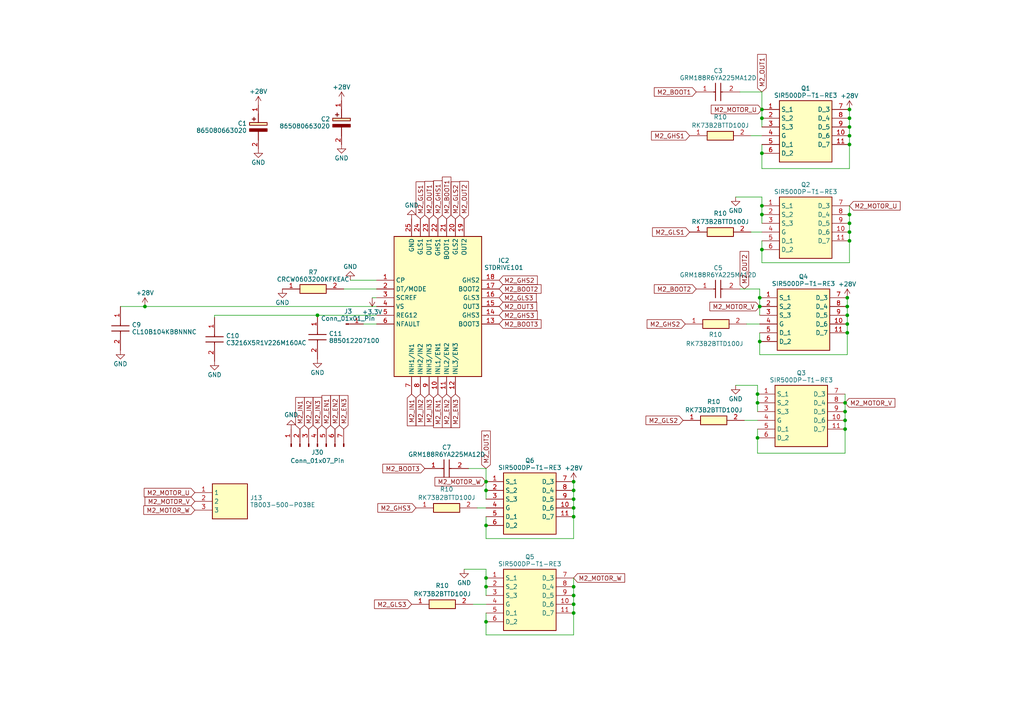
<source format=kicad_sch>
(kicad_sch (version 20230121) (generator eeschema)
  (paper "A4")
  (lib_symbols
    (symbol "865080663020:865080663020" (pin_names hide)
      (property "Reference" "C" (at 8.89 6.35 0))
      (property "Value" "865080663020" (at 8.89 3.81 0))
      (symbol "865080663020_1_1"
        (polyline (pts (xy 2.54 0) (xy 5.08 0)) (stroke (width 0.254)))
        (polyline (pts (xy 4.064 1.778) (xy 4.064 0.762)) (stroke (width 0.254)))
        (polyline (pts (xy 4.572 1.27) (xy 3.556 1.27)) (stroke (width 0.254)))
        (polyline (pts (xy 7.62 0) (xy 10.16 0)) (stroke (width 0.254)))
        (polyline (pts (xy 7.62 2.54) (xy 7.62 -2.54) (xy 6.858 -2.54) (xy 6.858 2.54) (xy 7.62 2.54)) (stroke (width 0.254)) (fill (type outline)))
        (rectangle (start 5.08 2.54) (end 5.842 -2.54) (stroke (width 0.254)) (fill (type background)))
        (pin passive line (at 0 0 0) (length 2.54) (name "+") (number "1"))
        (pin passive line (at 12.7 0 180) (length 2.54) (name "-") (number "2"))
      )
    )
    (symbol "885012207100:885012207100" (pin_names hide)
      (property "Reference" "C" (at 8.89 6.35 0))
      (property "Value" "885012207100" (at 8.89 3.81 0))
      (symbol "885012207100_1_1"
        (polyline (pts (xy 5.08 0) (xy 5.588 0)) (stroke (width 0.254)))
        (polyline (pts (xy 5.588 2.54) (xy 5.588 -2.54)) (stroke (width 0.254)))
        (polyline (pts (xy 7.112 0) (xy 7.62 0)) (stroke (width 0.254)))
        (polyline (pts (xy 7.112 2.54) (xy 7.112 -2.54)) (stroke (width 0.254)))
        (pin passive line (at 0 0 0) (length 5.08) (name "1") (number "1"))
        (pin passive line (at 12.7 0 180) (length 5.08) (name "2") (number "2"))
      )
    )
    (symbol "C3216X5R1V226M160AC:C3216X5R1V226M160AC" (pin_names hide)
      (property "Reference" "C" (at 8.89 6.35 0))
      (property "Value" "C3216X5R1V226M160AC" (at 8.89 3.81 0))
      (symbol "C3216X5R1V226M160AC_1_1"
        (polyline (pts (xy 5.08 0) (xy 5.588 0)) (stroke (width 0.254)))
        (polyline (pts (xy 5.588 2.54) (xy 5.588 -2.54)) (stroke (width 0.254)))
        (polyline (pts (xy 7.112 0) (xy 7.62 0)) (stroke (width 0.254)))
        (polyline (pts (xy 7.112 2.54) (xy 7.112 -2.54)) (stroke (width 0.254)))
        (pin passive line (at 0 0 0) (length 5.08) (name "1") (number "1"))
        (pin passive line (at 12.7 0 180) (length 5.08) (name "2") (number "2"))
      )
    )
    (symbol "CL10B104KB8NNNC:CL10B104KB8NNNC" (pin_names hide)
      (property "Reference" "C" (at 8.89 6.35 0))
      (property "Value" "CL10B104KB8NNNC" (at 8.89 3.81 0))
      (symbol "CL10B104KB8NNNC_1_1"
        (polyline (pts (xy 5.08 0) (xy 5.588 0)) (stroke (width 0.254)))
        (polyline (pts (xy 5.588 2.54) (xy 5.588 -2.54)) (stroke (width 0.254)))
        (polyline (pts (xy 7.112 0) (xy 7.62 0)) (stroke (width 0.254)))
        (polyline (pts (xy 7.112 2.54) (xy 7.112 -2.54)) (stroke (width 0.254)))
        (pin passive line (at 0 0 0) (length 5.08) (name "1") (number "1"))
        (pin passive line (at 12.7 0 180) (length 5.08) (name "2") (number "2"))
      )
    )
    (symbol "CRCW0603200KFKEAC:CRCW0603200KFKEAC" (pin_names hide)
      (property "Reference" "R" (at 13.97 6.35 0))
      (property "Value" "CRCW0603200KFKEAC" (at 13.97 3.81 0))
      (symbol "CRCW0603200KFKEAC_1_1"
        (rectangle (start 5.08 1.27) (end 12.7 -1.27) (stroke (width 0.254)) (fill (type background)))
        (pin passive line (at 0 0 0) (length 5.08) (name "1") (number "1"))
        (pin passive line (at 17.78 0 180) (length 5.08) (name "2") (number "2"))
      )
    )
    (symbol "Connector:Conn_01x01_Pin" (pin_names (offset 1.016) hide)
      (property "Reference" "J" (at 0 2.54 0))
      (property "Value" "Conn_01x01_Pin" (at 0 -2.54 0))
      (symbol "Conn_01x01_Pin_1_1"
        (polyline (pts (xy 1.27 0) (xy 0.8636 0)) (stroke (width 0.1524)))
        (rectangle (start 0.8636 0.127) (end 0 -0.127) (stroke (width 0.1524)) (fill (type outline)))
        (pin passive line (at 5.08 0 180) (length 3.81) (name "Pin_1") (number "1"))
      )
    )
    (symbol "Connector:Conn_01x07_Pin" (pin_names (offset 1.016) hide)
      (property "Reference" "J" (at 0 10.16 0))
      (property "Value" "Conn_01x07_Pin" (at 0 -10.16 0))
      (symbol "Conn_01x07_Pin_1_1"
        (polyline (pts (xy 1.27 -7.62) (xy 0.8636 -7.62)) (stroke (width 0.1524)))
        (polyline (pts (xy 1.27 -5.08) (xy 0.8636 -5.08)) (stroke (width 0.1524)))
        (polyline (pts (xy 1.27 -2.54) (xy 0.8636 -2.54)) (stroke (width 0.1524)))
        (polyline (pts (xy 1.27 0) (xy 0.8636 0)) (stroke (width 0.1524)))
        (polyline (pts (xy 1.27 2.54) (xy 0.8636 2.54)) (stroke (width 0.1524)))
        (polyline (pts (xy 1.27 5.08) (xy 0.8636 5.08)) (stroke (width 0.1524)))
        (polyline (pts (xy 1.27 7.62) (xy 0.8636 7.62)) (stroke (width 0.1524)))
        (rectangle (start 0.8636 -7.493) (end 0 -7.747) (stroke (width 0.1524)) (fill (type outline)))
        (rectangle (start 0.8636 -4.953) (end 0 -5.207) (stroke (width 0.1524)) (fill (type outline)))
        (rectangle (start 0.8636 -2.413) (end 0 -2.667) (stroke (width 0.1524)) (fill (type outline)))
        (rectangle (start 0.8636 0.127) (end 0 -0.127) (stroke (width 0.1524)) (fill (type outline)))
        (rectangle (start 0.8636 2.667) (end 0 2.413) (stroke (width 0.1524)) (fill (type outline)))
        (rectangle (start 0.8636 5.207) (end 0 4.953) (stroke (width 0.1524)) (fill (type outline)))
        (rectangle (start 0.8636 7.747) (end 0 7.493) (stroke (width 0.1524)) (fill (type outline)))
        (pin passive line (at 5.08 7.62 180) (length 3.81) (name "Pin_1") (number "1"))
        (pin passive line (at 5.08 5.08 180) (length 3.81) (name "Pin_2") (number "2"))
        (pin passive line (at 5.08 2.54 180) (length 3.81) (name "Pin_3") (number "3"))
        (pin passive line (at 5.08 0 180) (length 3.81) (name "Pin_4") (number "4"))
        (pin passive line (at 5.08 -2.54 180) (length 3.81) (name "Pin_5") (number "5"))
        (pin passive line (at 5.08 -5.08 180) (length 3.81) (name "Pin_6") (number "6"))
        (pin passive line (at 5.08 -7.62 180) (length 3.81) (name "Pin_7") (number "7"))
      )
    )
    (symbol "GRM188R6YA225MA12D:GRM188R6YA225MA12D" (pin_names hide)
      (property "Reference" "C" (at 8.89 6.35 0))
      (property "Value" "GRM188R6YA225MA12D" (at 8.89 3.81 0))
      (symbol "GRM188R6YA225MA12D_1_1"
        (polyline (pts (xy 5.08 0) (xy 5.588 0)) (stroke (width 0.254)))
        (polyline (pts (xy 5.588 2.54) (xy 5.588 -2.54)) (stroke (width 0.254)))
        (polyline (pts (xy 7.112 0) (xy 7.62 0)) (stroke (width 0.254)))
        (polyline (pts (xy 7.112 2.54) (xy 7.112 -2.54)) (stroke (width 0.254)))
        (pin passive line (at 0 0 0) (length 5.08) (name "1") (number "1"))
        (pin passive line (at 12.7 0 180) (length 5.08) (name "2") (number "2"))
      )
    )
    (symbol "RK73B2BTTD100J:RK73B2BTTD100J" (pin_names hide)
      (property "Reference" "R" (at 13.97 6.35 0))
      (property "Value" "RK73B2BTTD100J" (at 13.97 3.81 0))
      (symbol "RK73B2BTTD100J_1_1"
        (rectangle (start 5.08 1.27) (end 12.7 -1.27) (stroke (width 0.254)) (fill (type background)))
        (pin passive line (at 0 0 0) (length 5.08) (name "1") (number "1"))
        (pin passive line (at 17.78 0 180) (length 5.08) (name "2") (number "2"))
      )
    )
    (symbol "SIR500DP-T1-RE3:SIR500DP-T1-RE3"
      (property "Reference" "Q" (at 21.59 7.62 0))
      (property "Value" "SIR500DP-T1-RE3" (at 21.59 5.08 0))
      (symbol "SIR500DP-T1-RE3_1_1"
        (rectangle (start 5.08 2.54) (end 20.32 -15.24) (stroke (width 0.254)) (fill (type background)))
        (pin passive line (at 0 0 0) (length 5.08) (name "S_1") (number "1"))
        (pin passive line (at 25.4 -7.62 180) (length 5.08) (name "D_6") (number "10"))
        (pin passive line (at 25.4 -10.16 180) (length 5.08) (name "D_7") (number "11"))
        (pin passive line (at 0 -2.54 0) (length 5.08) (name "S_2") (number "2"))
        (pin passive line (at 0 -5.08 0) (length 5.08) (name "S_3") (number "3"))
        (pin passive line (at 0 -7.62 0) (length 5.08) (name "G") (number "4"))
        (pin passive line (at 0 -10.16 0) (length 5.08) (name "D_1") (number "5"))
        (pin passive line (at 0 -12.7 0) (length 5.08) (name "D_2") (number "6"))
        (pin passive line (at 25.4 0 180) (length 5.08) (name "D_3") (number "7"))
        (pin passive line (at 25.4 -2.54 180) (length 5.08) (name "D_4") (number "8"))
        (pin passive line (at 25.4 -5.08 180) (length 5.08) (name "D_5") (number "9"))
      )
    )
    (symbol "STDRIVE101:STDRIVE101"
      (property "Reference" "IC" (at 31.75 17.78 0))
      (property "Value" "STDRIVE101" (at 31.75 15.24 0))
      (symbol "STDRIVE101_1_1"
        (rectangle (start 5.08 12.7) (end 30.48 -27.94) (stroke (width 0.254)) (fill (type background)))
        (pin passive line (at 0 0 0) (length 5.08) (name "CP") (number "1"))
        (pin passive line (at 17.78 -33.02 90) (length 5.08) (name "INL1/EN1") (number "10"))
        (pin passive line (at 20.32 -33.02 90) (length 5.08) (name "INL2/EN2") (number "11"))
        (pin passive line (at 22.86 -33.02 90) (length 5.08) (name "INL3/EN3") (number "12"))
        (pin passive line (at 35.56 -12.7 180) (length 5.08) (name "BOOT3") (number "13"))
        (pin passive line (at 35.56 -10.16 180) (length 5.08) (name "GHS3") (number "14"))
        (pin passive line (at 35.56 -7.62 180) (length 5.08) (name "OUT3") (number "15"))
        (pin passive line (at 35.56 -5.08 180) (length 5.08) (name "GLS3") (number "16"))
        (pin passive line (at 35.56 -2.54 180) (length 5.08) (name "BOOT2") (number "17"))
        (pin passive line (at 35.56 0 180) (length 5.08) (name "GHS2") (number "18"))
        (pin passive line (at 25.4 17.78 270) (length 5.08) (name "OUT2") (number "19"))
        (pin passive line (at 0 -2.54 0) (length 5.08) (name "DT/MODE") (number "2"))
        (pin passive line (at 22.86 17.78 270) (length 5.08) (name "GLS2") (number "20"))
        (pin passive line (at 20.32 17.78 270) (length 5.08) (name "BOOT1") (number "21"))
        (pin passive line (at 17.78 17.78 270) (length 5.08) (name "GHS1") (number "22"))
        (pin passive line (at 15.24 17.78 270) (length 5.08) (name "OUT1") (number "23"))
        (pin passive line (at 12.7 17.78 270) (length 5.08) (name "GLS1") (number "24"))
        (pin passive line (at 10.16 17.78 270) (length 5.08) (name "GND") (number "25"))
        (pin passive line (at 0 -5.08 0) (length 5.08) (name "SCREF") (number "3"))
        (pin passive line (at 0 -7.62 0) (length 5.08) (name "VS") (number "4"))
        (pin passive line (at 0 -10.16 0) (length 5.08) (name "REG12") (number "5"))
        (pin passive line (at 0 -12.7 0) (length 5.08) (name "NFAULT") (number "6"))
        (pin passive line (at 10.16 -33.02 90) (length 5.08) (name "INH1/IN1") (number "7"))
        (pin passive line (at 12.7 -33.02 90) (length 5.08) (name "INH2/IN2") (number "8"))
        (pin passive line (at 15.24 -33.02 90) (length 5.08) (name "INH3/IN3") (number "9"))
      )
    )
    (symbol "TB003-500-P03BE:TB003-500-P03BE"
      (property "Reference" "J" (at 16.51 7.62 0))
      (property "Value" "TB003-500-P03BE" (at 16.51 5.08 0))
      (symbol "TB003-500-P03BE_1_1"
        (rectangle (start 5.08 2.54) (end 15.24 -7.62) (stroke (width 0.254)) (fill (type background)))
        (pin passive line (at 0 0 0) (length 5.08) (name "1") (number "1"))
        (pin passive line (at 0 -2.54 0) (length 5.08) (name "2") (number "2"))
        (pin passive line (at 0 -5.08 0) (length 5.08) (name "3") (number "3"))
      )
    )
    (symbol "power:+28V" (power) (pin_names (offset 0))
      (property "Value" "+28V" (at 0 3.81 0))
      (symbol "+28V_0_1"
        (polyline (pts (xy -0.762 1.27) (xy 0 2.54)))
        (polyline (pts (xy 0 0) (xy 0 2.54)))
        (polyline (pts (xy 0 2.54) (xy 0.762 1.27)))
      )
      (symbol "+28V_1_1"
        (pin power_in line (at 0 0 90) (length 0) hide (name "+28V") (number "1"))
      )
    )
    (symbol "power:+3.3V" (power) (pin_names (offset 0))
      (property "Value" "+3.3V" (at 0 3.556 0))
      (symbol "+3.3V_0_1"
        (polyline (pts (xy -0.762 1.27) (xy 0 2.54)))
        (polyline (pts (xy 0 0) (xy 0 2.54)))
        (polyline (pts (xy 0 2.54) (xy 0.762 1.27)))
      )
      (symbol "+3.3V_1_1"
        (pin power_in line (at 0 0 90) (length 0) hide (name "+3.3V") (number "1"))
      )
    )
    (symbol "power:GND" (power) (pin_names (offset 0))
      (property "Value" "GND" (at 0 -3.81 0))
      (symbol "GND_0_1"
        (polyline (pts (xy 0 0) (xy 0 -1.27) (xy 1.27 -1.27) (xy 0 -2.54) (xy -1.27 -1.27) (xy 0 -1.27)))
      )
      (symbol "GND_1_1"
        (pin power_in line (at 0 0 270) (length 0) hide (name "GND") (number "1"))
      )
    )
  )
  (junction (at 245.745 93.98))
  (junction (at 140.97 142.24))
  (junction (at 220.98 72.39))
  (junction (at 166.37 142.24))
  (junction (at 246.38 41.91))
  (junction (at 219.71 116.84))
  (junction (at 220.98 59.69))
  (junction (at 246.38 62.23))
  (junction (at 166.37 149.86))
  (junction (at 246.38 31.75))
  (junction (at 140.97 139.7))
  (junction (at 246.38 36.83))
  (junction (at 140.97 180.34))
  (junction (at 42.037 88.9))
  (junction (at 219.71 114.3))
  (junction (at 166.37 172.72))
  (junction (at 220.345 99.06))
  (junction (at 220.98 34.29))
  (junction (at 246.38 34.29))
  (junction (at 220.345 88.9))
  (junction (at 166.37 170.18))
  (junction (at 245.745 86.36))
  (junction (at 245.745 96.52))
  (junction (at 246.38 39.37))
  (junction (at 166.37 175.26))
  (junction (at 140.97 167.64))
  (junction (at 140.97 152.4))
  (junction (at 92.075 91.44))
  (junction (at 220.98 44.45))
  (junction (at 245.745 91.44))
  (junction (at 220.98 62.23))
  (junction (at 166.37 144.78))
  (junction (at 140.97 170.18))
  (junction (at 219.71 127))
  (junction (at 245.11 119.38))
  (junction (at 246.38 64.77))
  (junction (at 245.745 88.9))
  (junction (at 220.345 86.36))
  (junction (at 246.38 69.85))
  (junction (at 166.37 139.7))
  (junction (at 166.37 177.8))
  (junction (at 246.38 67.31))
  (junction (at 245.11 116.84))
  (junction (at 245.11 121.92))
  (junction (at 166.37 147.32))
  (junction (at 220.98 31.75))
  (junction (at 245.11 124.46))
  (wire (pts (xy 140.97 156.21) (xy 166.37 156.21)))
  (wire (pts (xy 140.97 177.8) (xy 140.97 180.34)))
  (wire (pts (xy 213.36 111.76) (xy 219.71 111.76)))
  (wire (pts (xy 246.38 62.23) (xy 246.38 59.69)))
  (wire (pts (xy 220.345 86.36) (xy 220.345 88.9)))
  (wire (pts (xy 34.925 88.9) (xy 42.037 88.9)))
  (wire (pts (xy 166.37 144.78) (xy 166.37 142.24)))
  (wire (pts (xy 140.97 167.64) (xy 140.97 170.18)))
  (wire (pts (xy 220.98 59.69) (xy 220.98 62.23)))
  (wire (pts (xy 134.62 165.1) (xy 140.97 165.1)))
  (wire (pts (xy 214.63 83.82) (xy 220.345 83.82)))
  (wire (pts (xy 245.11 124.46) (xy 245.11 121.92)))
  (wire (pts (xy 220.98 34.29) (xy 220.98 36.83)))
  (wire (pts (xy 220.345 99.06) (xy 220.345 102.87)))
  (wire (pts (xy 220.345 96.52) (xy 220.345 99.06)))
  (wire (pts (xy 246.38 48.895) (xy 246.38 41.91)))
  (wire (pts (xy 220.345 83.82) (xy 220.345 86.36)))
  (wire (pts (xy 245.11 116.84) (xy 245.11 114.3)))
  (wire (pts (xy 220.98 76.2) (xy 246.38 76.2)))
  (wire (pts (xy 246.38 64.77) (xy 246.38 62.23)))
  (wire (pts (xy 137.16 175.26) (xy 140.97 175.26)))
  (wire (pts (xy 246.38 69.85) (xy 246.38 67.31)))
  (wire (pts (xy 245.745 91.44) (xy 245.745 88.9)))
  (wire (pts (xy 140.97 139.7) (xy 140.97 142.24)))
  (wire (pts (xy 140.97 165.1) (xy 140.97 167.64)))
  (wire (pts (xy 245.11 131.445) (xy 245.11 124.46)))
  (wire (pts (xy 138.43 147.32) (xy 140.97 147.32)))
  (wire (pts (xy 166.37 184.15) (xy 166.37 177.8)))
  (wire (pts (xy 245.745 88.9) (xy 245.745 86.36)))
  (wire (pts (xy 246.38 36.83) (xy 246.38 34.29)))
  (wire (pts (xy 220.98 69.85) (xy 220.98 72.39)))
  (wire (pts (xy 219.71 124.46) (xy 219.71 127)))
  (wire (pts (xy 214.63 26.67) (xy 220.98 26.67)))
  (wire (pts (xy 140.97 142.24) (xy 140.97 144.78)))
  (wire (pts (xy 220.98 31.75) (xy 220.98 34.29)))
  (wire (pts (xy 135.89 135.89) (xy 140.97 135.89)))
  (wire (pts (xy 92.075 91.44) (xy 62.23 91.44)))
  (wire (pts (xy 219.71 131.445) (xy 245.11 131.445)))
  (wire (pts (xy 140.97 170.18) (xy 140.97 172.72)))
  (wire (pts (xy 245.745 96.52) (xy 245.745 93.98)))
  (wire (pts (xy 246.38 67.31) (xy 246.38 64.77)))
  (wire (pts (xy 246.38 41.91) (xy 246.38 39.37)))
  (wire (pts (xy 246.38 39.37) (xy 246.38 36.83)))
  (wire (pts (xy 245.745 102.87) (xy 245.745 96.52)))
  (wire (pts (xy 245.11 119.38) (xy 245.11 116.84)))
  (wire (pts (xy 220.98 57.15) (xy 220.98 59.69)))
  (wire (pts (xy 219.71 111.76) (xy 219.71 114.3)))
  (wire (pts (xy 99.695 83.82) (xy 109.22 83.82)))
  (wire (pts (xy 219.71 116.84) (xy 219.71 119.38)))
  (wire (pts (xy 166.37 147.32) (xy 166.37 144.78)))
  (wire (pts (xy 220.98 48.895) (xy 246.38 48.895)))
  (wire (pts (xy 217.805 67.31) (xy 220.98 67.31)))
  (wire (pts (xy 245.11 121.92) (xy 245.11 119.38)))
  (wire (pts (xy 42.037 88.9) (xy 109.22 88.9)))
  (wire (pts (xy 166.37 142.24) (xy 166.37 139.7)))
  (wire (pts (xy 245.745 93.98) (xy 245.745 91.44)))
  (wire (pts (xy 140.97 152.4) (xy 140.97 156.21)))
  (wire (pts (xy 246.38 76.2) (xy 246.38 69.85)))
  (wire (pts (xy 220.98 26.67) (xy 220.98 31.75)))
  (wire (pts (xy 166.37 175.26) (xy 166.37 172.72)))
  (wire (pts (xy 220.345 88.9) (xy 220.345 91.44)))
  (wire (pts (xy 62.23 91.44) (xy 62.23 92.075)))
  (wire (pts (xy 220.98 41.91) (xy 220.98 44.45)))
  (wire (pts (xy 220.98 44.45) (xy 220.98 48.895)))
  (wire (pts (xy 109.22 91.44) (xy 92.075 91.44)))
  (wire (pts (xy 217.805 39.37) (xy 220.98 39.37)))
  (wire (pts (xy 166.37 170.18) (xy 166.37 167.64)))
  (wire (pts (xy 166.37 172.72) (xy 166.37 170.18)))
  (wire (pts (xy 220.98 62.23) (xy 220.98 64.77)))
  (wire (pts (xy 105.41 93.98) (xy 109.22 93.98)))
  (wire (pts (xy 219.71 127) (xy 219.71 131.445)))
  (wire (pts (xy 215.9 121.92) (xy 219.71 121.92)))
  (wire (pts (xy 107.95 86.36) (xy 109.22 86.36)))
  (wire (pts (xy 246.38 34.29) (xy 246.38 31.75)))
  (wire (pts (xy 140.97 149.86) (xy 140.97 152.4)))
  (wire (pts (xy 213.36 57.15) (xy 220.98 57.15)))
  (wire (pts (xy 220.345 102.87) (xy 245.745 102.87)))
  (wire (pts (xy 166.37 149.86) (xy 166.37 147.32)))
  (wire (pts (xy 219.71 114.3) (xy 219.71 116.84)))
  (wire (pts (xy 216.535 93.98) (xy 220.345 93.98)))
  (wire (pts (xy 166.37 156.21) (xy 166.37 149.86)))
  (wire (pts (xy 140.97 180.34) (xy 140.97 184.15)))
  (wire (pts (xy 101.6 81.28) (xy 109.22 81.28)))
  (wire (pts (xy 220.98 72.39) (xy 220.98 76.2)))
  (wire (pts (xy 166.37 177.8) (xy 166.37 175.26)))
  (wire (pts (xy 140.97 184.15) (xy 166.37 184.15)))
  (wire (pts (xy 140.97 135.89) (xy 140.97 139.7)))
  (global_label "M2_IN3" (shape input) (at 92.075 124.46 90) (property "Intersheetrefs" "${INTERSHEET_REFS}" (effects hide)))
  (global_label "M2_IN1" (shape input) (at 86.995 124.46 90) (property "Intersheetrefs" "${INTERSHEET_REFS}" (effects hide)))
  (global_label "M2_MOTOR_W" (shape input) (at 140.97 139.7 180) (property "Intersheetrefs" "${INTERSHEET_REFS}" (effects hide)))
  (global_label "M2_GLS2" (shape input) (at 132.08 63.5 90) (property "Intersheetrefs" "${INTERSHEET_REFS}" (effects hide)))
  (global_label "M2_BOOT3" (shape input) (at 144.78 93.98 0) (property "Intersheetrefs" "${INTERSHEET_REFS}" (effects hide)))
  (global_label "M2_BOOT1" (shape input) (at 129.54 63.5 90) (property "Intersheetrefs" "${INTERSHEET_REFS}" (effects hide)))
  (global_label "M2_GHS3" (shape input) (at 120.65 147.32 180) (property "Intersheetrefs" "${INTERSHEET_REFS}" (effects hide)))
  (global_label "M2_EN3" (shape input) (at 99.695 124.46 90) (property "Intersheetrefs" "${INTERSHEET_REFS}" (effects hide)))
  (global_label "M2_GLS1" (shape input) (at 121.92 63.5 90) (property "Intersheetrefs" "${INTERSHEET_REFS}" (effects hide)))
  (global_label "M2_GLS1" (shape input) (at 200.025 67.31 180) (property "Intersheetrefs" "${INTERSHEET_REFS}" (effects hide)))
  (global_label "M2_IN2" (shape input) (at 121.92 114.3 270) (property "Intersheetrefs" "${INTERSHEET_REFS}" (effects hide)))
  (global_label "M2_GHS3" (shape input) (at 144.78 91.44 0) (property "Intersheetrefs" "${INTERSHEET_REFS}" (effects hide)))
  (global_label "M2_EN2" (shape input) (at 97.155 124.46 90) (property "Intersheetrefs" "${INTERSHEET_REFS}" (effects hide)))
  (global_label "M2_OUT1" (shape input) (at 220.98 26.67 90) (property "Intersheetrefs" "${INTERSHEET_REFS}" (effects hide)))
  (global_label "M2_OUT2" (shape input) (at 134.62 63.5 90) (property "Intersheetrefs" "${INTERSHEET_REFS}" (effects hide)))
  (global_label "M2_GLS3" (shape input) (at 144.78 86.36 0) (property "Intersheetrefs" "${INTERSHEET_REFS}" (effects hide)))
  (global_label "M2_OUT1" (shape input) (at 124.46 63.5 90) (property "Intersheetrefs" "${INTERSHEET_REFS}" (effects hide)))
  (global_label "M2_MOTOR_W" (shape input) (at 56.515 147.955 180) (property "Intersheetrefs" "${INTERSHEET_REFS}" (effects hide)))
  (global_label "M2_IN2" (shape input) (at 89.535 124.46 90) (property "Intersheetrefs" "${INTERSHEET_REFS}" (effects hide)))
  (global_label "M2_GLS3" (shape input) (at 119.38 175.26 180) (property "Intersheetrefs" "${INTERSHEET_REFS}" (effects hide)))
  (global_label "M2_MOTOR_U" (shape input) (at 56.515 142.875 180) (property "Intersheetrefs" "${INTERSHEET_REFS}" (effects hide)))
  (global_label "M2_OUT2" (shape input) (at 215.9 83.82 90) (property "Intersheetrefs" "${INTERSHEET_REFS}" (effects hide)))
  (global_label "M2_OUT3" (shape input) (at 144.78 88.9 0) (property "Intersheetrefs" "${INTERSHEET_REFS}" (effects hide)))
  (global_label "M2_MOTOR_U" (shape input) (at 220.98 31.75 180) (property "Intersheetrefs" "${INTERSHEET_REFS}" (effects hide)))
  (global_label "M2_OUT3" (shape input) (at 140.97 135.89 90) (property "Intersheetrefs" "${INTERSHEET_REFS}" (effects hide)))
  (global_label "M2_GLS2" (shape input) (at 198.12 121.92 180) (property "Intersheetrefs" "${INTERSHEET_REFS}" (effects hide)))
  (global_label "M2_MOTOR_V" (shape input) (at 56.515 145.415 180) (property "Intersheetrefs" "${INTERSHEET_REFS}" (effects hide)))
  (global_label "M2_GHS1" (shape input) (at 127 63.5 90) (property "Intersheetrefs" "${INTERSHEET_REFS}" (effects hide)))
  (global_label "M2_BOOT3" (shape input) (at 123.19 135.89 180) (property "Intersheetrefs" "${INTERSHEET_REFS}" (effects hide)))
  (global_label "M2_MOTOR_V" (shape input) (at 220.345 88.9 180) (property "Intersheetrefs" "${INTERSHEET_REFS}" (effects hide)))
  (global_label "M2_GHS2" (shape input) (at 144.78 81.28 0) (property "Intersheetrefs" "${INTERSHEET_REFS}" (effects hide)))
  (global_label "M2_EN1" (shape input) (at 94.615 124.46 90) (property "Intersheetrefs" "${INTERSHEET_REFS}" (effects hide)))
  (global_label "M2_GHS2" (shape input) (at 198.755 93.98 180) (property "Intersheetrefs" "${INTERSHEET_REFS}" (effects hide)))
  (global_label "M2_IN3" (shape input) (at 124.46 114.3 270) (property "Intersheetrefs" "${INTERSHEET_REFS}" (effects hide)))
  (global_label "M2_MOTOR_U" (shape input) (at 246.38 59.69 0) (property "Intersheetrefs" "${INTERSHEET_REFS}" (effects hide)))
  (global_label "M2_EN3" (shape input) (at 132.08 114.3 270) (property "Intersheetrefs" "${INTERSHEET_REFS}" (effects hide)))
  (global_label "M2_MOTOR_W" (shape input) (at 166.37 167.64 0) (property "Intersheetrefs" "${INTERSHEET_REFS}" (effects hide)))
  (global_label "M2_GHS1" (shape input) (at 200.025 39.37 180) (property "Intersheetrefs" "${INTERSHEET_REFS}" (effects hide)))
  (global_label "M2_MOTOR_V" (shape input) (at 245.11 116.84 0) (property "Intersheetrefs" "${INTERSHEET_REFS}" (effects hide)))
  (global_label "M2_BOOT2" (shape input) (at 144.78 83.82 0) (property "Intersheetrefs" "${INTERSHEET_REFS}" (effects hide)))
  (global_label "M2_IN1" (shape input) (at 119.38 114.3 270) (property "Intersheetrefs" "${INTERSHEET_REFS}" (effects hide)))
  (global_label "M2_BOOT1" (shape input) (at 201.93 26.67 180) (property "Intersheetrefs" "${INTERSHEET_REFS}" (effects hide)))
  (global_label "M2_BOOT2" (shape input) (at 201.93 83.82 180) (property "Intersheetrefs" "${INTERSHEET_REFS}" (effects hide)))
  (global_label "M2_EN1" (shape input) (at 127 114.3 270) (property "Intersheetrefs" "${INTERSHEET_REFS}" (effects hide)))
  (global_label "M2_EN2" (shape input) (at 129.54 114.3 270) (property "Intersheetrefs" "${INTERSHEET_REFS}" (effects hide)))
  (symbol (lib_id "SIR500DP-T1-RE3:SIR500DP-T1-RE3") (at 140.97 167.64 0) (unit 1)
    (property "Reference" "Q5" (at 153.67 161.52 0))
    (property "Value" "SIR500DP-T1-RE3" (at 153.67 163.568 0))
    (property "Footprint" "SamacSysLibrary:SIR500DPT1RE3" (effects hide))
    (property "Datasheet" "https://www.vishay.com/docs/66840/sir500dp.pdf" (effects hide))
    (property "Height" "1.17" (effects hide))
    (property "Manufacturer_Name" "Vishay" (effects hide))
    (property "Manufacturer_Part_Number" "SIR500DP-T1-RE3" (effects hide))
    (property "Mouser Part Number" "78-SIR500DP-T1-RE3" (effects hide))
    (property "Mouser Price/Stock" "https://www.mouser.co.uk/ProductDetail/Vishay-Siliconix/SIR500DP-T1-RE3?qs=CiayqK2gdcKgJcjAZin73w%3D%3D" (effects hide))
    (property "Arrow Part Number" "SIR500DP-T1-RE3" (effects hide))
    (property "Arrow Price/Stock" "https://www.arrow.com/en/products/sir500dp-t1-re3/vishay?region=nac" (effects hide))
    (instances (project "GoodBotControlBoard" (path "" (reference "Q5") (unit 1)) (path "" (reference "Q8") (unit 1)) (path "" (reference "Q20") (unit 1)) (path "" (reference "Q14") (unit 1))))
  )
  (symbol (lib_id "power:GND") (at 84.455 124.46 180) (unit 1)
    (property "Reference" "#PWR0135" (effects hide))
    (property "Value" "GND" (at 84.455 120.3269 0))
    (instances (project "GoodBotControlBoard" (path "" (reference "#PWR0135") (unit 1)) (path "" (reference "#PWR064") (unit 1))))
  )
  (symbol (lib_id "power:GND") (at 99.06 41.91 0) (mirror y) (unit 1)
    (property "Reference" "#PWR04" (effects hide))
    (property "Value" "GND" (at 99.06 45.855 0))
    (instances (project "GoodBotControlBoard" (path "" (reference "#PWR04") (unit 1)) (path "" (reference "#PWR018") (unit 1)) (path "" (reference "#PWR054") (unit 1)) (path "" (reference "#PWR067") (unit 1))))
  )
  (symbol (lib_id "SIR500DP-T1-RE3:SIR500DP-T1-RE3") (at 220.345 86.36 0) (unit 1)
    (property "Reference" "Q4" (at 233.045 80.24 0))
    (property "Value" "SIR500DP-T1-RE3" (at 233.045 82.288 0))
    (property "Footprint" "SamacSysLibrary:SIR500DPT1RE3" (effects hide))
    (property "Datasheet" "https://www.vishay.com/docs/66840/sir500dp.pdf" (effects hide))
    (property "Height" "1.17" (effects hide))
    (property "Manufacturer_Name" "Vishay" (effects hide))
    (property "Manufacturer_Part_Number" "SIR500DP-T1-RE3" (effects hide))
    (property "Mouser Part Number" "78-SIR500DP-T1-RE3" (effects hide))
    (property "Mouser Price/Stock" "https://www.mouser.co.uk/ProductDetail/Vishay-Siliconix/SIR500DP-T1-RE3?qs=CiayqK2gdcKgJcjAZin73w%3D%3D" (effects hide))
    (property "Arrow Part Number" "SIR500DP-T1-RE3" (effects hide))
    (property "Arrow Price/Stock" "https://www.arrow.com/en/products/sir500dp-t1-re3/vishay?region=nac" (effects hide))
    (instances (project "GoodBotControlBoard" (path "" (reference "Q4") (unit 1)) (path "" (reference "Q10") (unit 1)) (path "" (reference "Q22") (unit 1)) (path "" (reference "Q16") (unit 1))))
  )
  (symbol (lib_id "STDRIVE101:STDRIVE101") (at 109.22 81.28 0) (unit 1)
    (property "Reference" "IC2" (at 146.1275 75.5663 0))
    (property "Value" "STDRIVE101" (at 146.1275 77.6143 0))
    (property "Footprint" "SamacSysLibrary:QFN50P400X400X100-25N-D" (effects hide))
    (property "Datasheet" "http://www.farnell.com/datasheets/3171272.pdf" (effects hide))
    (property "Height" "1" (effects hide))
    (property "Manufacturer_Name" "STMicroelectronics" (effects hide))
    (property "Manufacturer_Part_Number" "STDRIVE101" (effects hide))
    (property "Mouser Part Number" "511-STDRIVE101" (effects hide))
    (property "Mouser Price/Stock" "https://www.mouser.co.uk/ProductDetail/STMicroelectronics/STDRIVE101?qs=xZ%2FP%252Ba9zWqYdY88AYx%252Blxg%3D%3D" (effects hide))
    (property "Arrow Part Number" "STDRIVE101" (effects hide))
    (property "Arrow Price/Stock" "https://www.arrow.com/en/products/stdrive101/stmicroelectronics?region=nac" (effects hide))
    (instances (project "GoodBotControlBoard" (path "" (reference "IC2") (unit 1)) (path "" (reference "IC3") (unit 1)) (path "" (reference "IC5") (unit 1)) (path "" (reference "IC5") (unit 1))))
  )
  (symbol (lib_id "power:+3.3V") (at 107.95 86.36 180) (unit 1)
    (property "Reference" "#PWR0100" (effects hide))
    (property "Value" "+3.3V" (at 107.95 90.4931 0))
    (instances (project "GoodBotControlBoard" (path "" (reference "#PWR0100") (unit 1)) (path "" (reference "#PWR0140") (unit 1)) (path "" (reference "#PWR0141") (unit 1))))
  )
  (symbol (lib_id "RK73B2BTTD100J:RK73B2BTTD100J") (at 198.755 93.98 0) (unit 1)
    (property "Reference" "R10" (at 207.518 97.028 0))
    (property "Value" "RK73B2BTTD100J" (at 207.264 99.695 0))
    (property "Footprint" "SamacSysLibrary:RESC3216X70N" (effects hide))
    (property "Datasheet" "https://rs.componentsearchengine.com/Datasheets/2/RK73B2BTTD100J.pdf" (effects hide))
    (property "Height" "0.7" (effects hide))
    (property "Manufacturer_Name" "KOA Speer" (effects hide))
    (property "Manufacturer_Part_Number" "RK73B2BTTD100J" (effects hide))
    (property "Mouser Part Number" "660-RK73B2BTTD100J" (effects hide))
    (property "Mouser Price/Stock" "https://www.mouser.co.uk/ProductDetail/KOA-Speer/RK73B2BTTD100J?qs=g%252BLwsi5woOlm1GPmF8rzug%3D%3D" (effects hide))
    (property "Arrow Part Number" "RK73B2BTTD100J" (effects hide))
    (property "Arrow Price/Stock" "https://www.arrow.com/en/products/rk73b2bttd100j/koa-speer-electronics" (effects hide))
    (instances (project "GoodBotControlBoard" (path "" (reference "R10") (unit 1)) (path "" (reference "R56") (unit 1)) (path "" (reference "R22") (unit 1))))
  )
  (symbol (lib_id "power:+28V") (at 246.38 31.75 0) (unit 1)
    (property "Reference" "#PWR041" (effects hide))
    (property "Value" "+28V" (at 246.38 27.805 0))
    (instances (project "GoodBotControlBoard" (path "" (reference "#PWR041") (unit 1)) (path "" (reference "#PWR026") (unit 1)) (path "" (reference "#PWR064") (unit 1)) (path "" (reference "#PWR075") (unit 1))))
  )
  (symbol (lib_id "CRCW0603200KFKEAC:CRCW0603200KFKEAC") (at 81.915 83.82 0) (unit 1)
    (property "Reference" "R7" (at 90.805 78.97 0))
    (property "Value" "CRCW0603200KFKEAC" (at 90.805 81.018 0))
    (property "Footprint" "SamacSysLibrary:RESC1608X55N" (effects hide))
    (property "Datasheet" "https://mouser.componentsearchengine.com/Datasheets/1/CRCW0603200KFKEAC.pdf" (effects hide))
    (property "Height" "0.55" (effects hide))
    (property "Manufacturer_Name" "Vishay" (effects hide))
    (property "Manufacturer_Part_Number" "CRCW0603200KFKEAC" (effects hide))
    (property "Mouser Part Number" "71-CRCW0603200KFKEAC" (effects hide))
    (property "Mouser Price/Stock" "https://www.mouser.co.uk/ProductDetail/Vishay-Dale/CRCW0603200KFKEAC?qs=E3Y5ESvWgWMPi4tlnnzi9Q%3D%3D" (effects hide))
    (property "Arrow Part Number" "CRCW0603200KFKEAC" (effects hide))
    (property "Arrow Price/Stock" "https://www.arrow.com/en/products/crcw0603200kfkeac/vishay?region=nac" (effects hide))
    (instances (project "GoodBotControlBoard" (path "" (reference "R7") (unit 1)) (path "" (reference "R8") (unit 1)) (path "" (reference "R22") (unit 1)) (path "" (reference "R19") (unit 1))))
  )
  (symbol (lib_id "power:GND") (at 213.36 57.15 0) (unit 1)
    (property "Reference" "#PWR045" (effects hide))
    (property "Value" "GND" (at 213.36 61.095 0))
    (instances (project "GoodBotControlBoard" (path "" (reference "#PWR045") (unit 1)) (path "" (reference "#PWR023") (unit 1)) (path "" (reference "#PWR060") (unit 1)) (path "" (reference "#PWR072") (unit 1))))
  )
  (symbol (lib_id "RK73B2BTTD100J:RK73B2BTTD100J") (at 198.12 121.92 0) (unit 1)
    (property "Reference" "R10" (at 207.01 116.5057 0))
    (property "Value" "RK73B2BTTD100J" (at 207.01 118.9299 0))
    (property "Footprint" "SamacSysLibrary:RESC3216X70N" (effects hide))
    (property "Datasheet" "https://rs.componentsearchengine.com/Datasheets/2/RK73B2BTTD100J.pdf" (effects hide))
    (property "Height" "0.7" (effects hide))
    (property "Manufacturer_Name" "KOA Speer" (effects hide))
    (property "Manufacturer_Part_Number" "RK73B2BTTD100J" (effects hide))
    (property "Mouser Part Number" "660-RK73B2BTTD100J" (effects hide))
    (property "Mouser Price/Stock" "https://www.mouser.co.uk/ProductDetail/KOA-Speer/RK73B2BTTD100J?qs=g%252BLwsi5woOlm1GPmF8rzug%3D%3D" (effects hide))
    (property "Arrow Part Number" "RK73B2BTTD100J" (effects hide))
    (property "Arrow Price/Stock" "https://www.arrow.com/en/products/rk73b2bttd100j/koa-speer-electronics" (effects hide))
    (instances (project "GoodBotControlBoard" (path "" (reference "R10") (unit 1)) (path "" (reference "R56") (unit 1)) (path "" (reference "R23") (unit 1))))
  )
  (symbol (lib_id "865080663020:865080663020") (at 74.93 30.48 90) (mirror x) (unit 1)
    (property "Reference" "C1" (at 71.628 35.806 90) (effects (justify left)))
    (property "Value" "865080663020" (at 71.628 37.854 90) (effects (justify left)))
    (property "Footprint" "SamacSysLibrary:CAPAE1600X1700N" (effects hide))
    (property "Datasheet" "https://katalog.we-online.de/pbs/datasheet/865080663020.pdf" (effects hide))
    (property "Height" "17" (effects hide))
    (property "Manufacturer_Name" "Wurth Elektronik" (effects hide))
    (property "Manufacturer_Part_Number" "865080663020" (effects hide))
    (property "Mouser Part Number" "710-865080663020" (effects hide))
    (property "Mouser Price/Stock" "https://www.mouser.co.uk/ProductDetail/Wurth-Elektronik/865080663020?qs=0KOYDY2FL28a%252B9ciq6BiMA%3D%3D" (effects hide))
    (instances (project "GoodBotControlBoard" (path "" (reference "C1") (unit 1)) (path "" (reference "C8") (unit 1)) (path "" (reference "C27") (unit 1)) (path "" (reference "C27") (unit 1))))
  )
  (symbol (lib_id "Connector:Conn_01x07_Pin") (at 92.075 129.54 90) (unit 1)
    (property "Reference" "J30" (at 92.075 131.2093 90))
    (property "Value" "Conn_01x07_Pin" (at 92.075 133.6335 90))
    (property "Footprint" "Connector_PinHeader_2.54mm:PinHeader_1x07_P2.54mm_Vertical" (effects hide))
    (instances (project "GoodBotControlBoard" (path "" (reference "J30") (unit 1)) (path "" (reference "J21") (unit 1))))
  )
  (symbol (lib_id "TB003-500-P03BE:TB003-500-P03BE") (at 56.515 142.875 0) (unit 1)
    (property "Reference" "J13" (at 72.517 144.391 0) (effects (justify left)))
    (property "Value" "TB003-500-P03BE" (at 72.517 146.439 0) (effects (justify left)))
    (property "Footprint" "SamacSysLibrary:TB003500P03BE" (effects hide))
    (property "Datasheet" "https://datasheet.datasheetarchive.com/originals/distributors/Datasheets_SAMA/d07efe5b59076245584f142a7e2a35cb.pdf" (effects hide))
    (property "Height" "10.3" (effects hide))
    (property "Manufacturer_Name" "CUI Devices" (effects hide))
    (property "Manufacturer_Part_Number" "TB003-500-P03BE" (effects hide))
    (property "Mouser Part Number" "490-TB003-500-P03BE" (effects hide))
    (property "Mouser Price/Stock" "https://www.mouser.co.uk/ProductDetail/CUI-Devices/TB003-500-P03BE?qs=vLWxofP3U2zFRU01vaMuCA%3D%3D" (effects hide))
    (property "Arrow Part Number" "TB003-500-P03BE" (effects hide))
    (property "Arrow Price/Stock" "https://www.arrow.com/en/products/tb003-500-p03be/cui-devices?region=nac" (effects hide))
    (instances (project "GoodBotControlBoard" (path "" (reference "J13") (unit 1)) (path "" (reference "J4") (unit 1)) (path "" (reference "J12") (unit 1)) (path "" (reference "J20") (unit 1))))
  )
  (symbol (lib_id "C3216X5R1V226M160AC:C3216X5R1V226M160AC") (at 62.23 92.075 270) (unit 1)
    (property "Reference" "C10" (at 65.532 97.401 90) (effects (justify left)))
    (property "Value" "C3216X5R1V226M160AC" (at 65.532 99.449 90) (effects (justify left)))
    (property "Footprint" "SamacSysLibrary:CAPC3216X180N" (effects hide))
    (property "Datasheet" "https://product.tdk.com/info/en/catalog/datasheets/mlcc_commercial_midvoltage_en.pdf" (effects hide))
    (property "Height" "1.8" (effects hide))
    (property "Manufacturer_Name" "TDK" (effects hide))
    (property "Manufacturer_Part_Number" "C3216X5R1V226M160AC" (effects hide))
    (property "Mouser Part Number" "810-C3216X5R1V226M" (effects hide))
    (property "Mouser Price/Stock" "https://www.mouser.co.uk/ProductDetail/TDK/C3216X5R1V226M160AC?qs=NRhsANhppD8TwN31eZ1xGQ%3D%3D" (effects hide))
    (property "Arrow Part Number" "C3216X5R1V226M160AC" (effects hide))
    (property "Arrow Price/Stock" "https://www.arrow.com/en/products/c3216x5r1v226m160ac/tdk?region=nac" (effects hide))
    (instances (project "GoodBotControlBoard" (path "" (reference "C10") (unit 1)) (path "" (reference "C6") (unit 1)) (path "" (reference "C26") (unit 1)) (path "" (reference "C26") (unit 1))))
  )
  (symbol (lib_id "RK73B2BTTD100J:RK73B2BTTD100J") (at 119.38 175.26 0) (unit 1)
    (property "Reference" "R10" (at 128.27 169.8457 0))
    (property "Value" "RK73B2BTTD100J" (at 128.27 172.2699 0))
    (property "Footprint" "SamacSysLibrary:RESC3216X70N" (effects hide))
    (property "Datasheet" "https://rs.componentsearchengine.com/Datasheets/2/RK73B2BTTD100J.pdf" (effects hide))
    (property "Height" "0.7" (effects hide))
    (property "Manufacturer_Name" "KOA Speer" (effects hide))
    (property "Manufacturer_Part_Number" "RK73B2BTTD100J" (effects hide))
    (property "Mouser Part Number" "660-RK73B2BTTD100J" (effects hide))
    (property "Mouser Price/Stock" "https://www.mouser.co.uk/ProductDetail/KOA-Speer/RK73B2BTTD100J?qs=g%252BLwsi5woOlm1GPmF8rzug%3D%3D" (effects hide))
    (property "Arrow Part Number" "RK73B2BTTD100J" (effects hide))
    (property "Arrow Price/Stock" "https://www.arrow.com/en/products/rk73b2bttd100j/koa-speer-electronics" (effects hide))
    (instances (project "GoodBotControlBoard" (path "" (reference "R10") (unit 1)) (path "" (reference "R56") (unit 1)) (path "" (reference "R25") (unit 1))))
  )
  (symbol (lib_id "SIR500DP-T1-RE3:SIR500DP-T1-RE3") (at 219.71 114.3 0) (unit 1)
    (property "Reference" "Q3" (at 232.41 108.18 0))
    (property "Value" "SIR500DP-T1-RE3" (at 232.41 110.228 0))
    (property "Footprint" "SamacSysLibrary:SIR500DPT1RE3" (effects hide))
    (property "Datasheet" "https://www.vishay.com/docs/66840/sir500dp.pdf" (effects hide))
    (property "Height" "1.17" (effects hide))
    (property "Manufacturer_Name" "Vishay" (effects hide))
    (property "Manufacturer_Part_Number" "SIR500DP-T1-RE3" (effects hide))
    (property "Mouser Part Number" "78-SIR500DP-T1-RE3" (effects hide))
    (property "Mouser Price/Stock" "https://www.mouser.co.uk/ProductDetail/Vishay-Siliconix/SIR500DP-T1-RE3?qs=CiayqK2gdcKgJcjAZin73w%3D%3D" (effects hide))
    (property "Arrow Part Number" "SIR500DP-T1-RE3" (effects hide))
    (property "Arrow Price/Stock" "https://www.arrow.com/en/products/sir500dp-t1-re3/vishay?region=nac" (effects hide))
    (instances (project "GoodBotControlBoard" (path "" (reference "Q3") (unit 1)) (path "" (reference "Q9") (unit 1)) (path "" (reference "Q21") (unit 1)) (path "" (reference "Q15") (unit 1))))
  )
  (symbol (lib_id "power:GND") (at 213.36 111.76 0) (unit 1)
    (property "Reference" "#PWR053" (effects hide))
    (property "Value" "GND" (at 213.36 115.705 0))
    (instances (project "GoodBotControlBoard" (path "" (reference "#PWR053") (unit 1)) (path "" (reference "#PWR024") (unit 1)) (path "" (reference "#PWR062") (unit 1)) (path "" (reference "#PWR073") (unit 1))))
  )
  (symbol (lib_id "CL10B104KB8NNNC:CL10B104KB8NNNC") (at 34.925 88.9 270) (unit 1)
    (property "Reference" "C9" (at 38.227 94.226 90) (effects (justify left)))
    (property "Value" "CL10B104KB8NNNC" (at 38.227 96.274 90) (effects (justify left)))
    (property "Footprint" "SamacSysLibrary:CAPC1608X90N" (effects hide))
    (property "Datasheet" "https://datasheet.datasheetarchive.com/originals/distributors/Datasheets-DGA10/2408969.pdf" (effects hide))
    (property "Height" "0.9" (effects hide))
    (property "Manufacturer_Name" "SAMSUNG" (effects hide))
    (property "Manufacturer_Part_Number" "CL10B104KB8NNNC" (effects hide))
    (property "Mouser Part Number" "187-CL10B104KB8NNNC" (effects hide))
    (property "Mouser Price/Stock" "https://www.mouser.co.uk/ProductDetail/Samsung-Electro-Mechanics/CL10B104KB8NNNC?qs=349EhDEZ59rvGc2rLwVOdA%3D%3D" (effects hide))
    (property "Arrow Part Number" "CL10B104KB8NNNC" (effects hide))
    (property "Arrow Price/Stock" "https://www.arrow.com/en/products/cl10b104kb8nnnc/samsung-electro-mechanics?region=nac" (effects hide))
    (instances (project "GoodBotControlBoard" (path "" (reference "C9") (unit 1)) (path "" (reference "C4") (unit 1)) (path "" (reference "C25") (unit 1)) (path "" (reference "C25") (unit 1))))
  )
  (symbol (lib_id "power:+28V") (at 245.745 86.36 0) (unit 1)
    (property "Reference" "#PWR049" (effects hide))
    (property "Value" "+28V" (at 245.745 82.415 0))
    (instances (project "GoodBotControlBoard" (path "" (reference "#PWR049") (unit 1)) (path "" (reference "#PWR025") (unit 1)) (path "" (reference "#PWR063") (unit 1)) (path "" (reference "#PWR074") (unit 1))))
  )
  (symbol (lib_id "865080663020:865080663020") (at 99.06 29.21 90) (mirror x) (unit 1)
    (property "Reference" "C2" (at 95.758 34.536 90) (effects (justify left)))
    (property "Value" "865080663020" (at 95.758 36.584 90) (effects (justify left)))
    (property "Footprint" "SamacSysLibrary:CAPAE1600X1700N" (effects hide))
    (property "Datasheet" "https://katalog.we-online.de/pbs/datasheet/865080663020.pdf" (effects hide))
    (property "Height" "17" (effects hide))
    (property "Manufacturer_Name" "Wurth Elektronik" (effects hide))
    (property "Manufacturer_Part_Number" "865080663020" (effects hide))
    (property "Mouser Part Number" "710-865080663020" (effects hide))
    (property "Mouser Price/Stock" "https://www.mouser.co.uk/ProductDetail/Wurth-Elektronik/865080663020?qs=0KOYDY2FL28a%252B9ciq6BiMA%3D%3D" (effects hide))
    (instances (project "GoodBotControlBoard" (path "" (reference "C2") (unit 1)) (path "" (reference "C13") (unit 1)) (path "" (reference "C29") (unit 1)) (path "" (reference "C29") (unit 1))))
  )
  (symbol (lib_id "power:GND") (at 134.62 165.1 0) (unit 1)
    (property "Reference" "#PWR061" (effects hide))
    (property "Value" "GND" (at 134.62 169.045 0))
    (instances (project "GoodBotControlBoard" (path "" (reference "#PWR061") (unit 1)) (path "" (reference "#PWR021") (unit 1)) (path "" (reference "#PWR058") (unit 1)) (path "" (reference "#PWR070") (unit 1))))
  )
  (symbol (lib_id "SIR500DP-T1-RE3:SIR500DP-T1-RE3") (at 220.98 59.69 0) (unit 1)
    (property "Reference" "Q2" (at 233.68 53.57 0))
    (property "Value" "SIR500DP-T1-RE3" (at 233.68 55.618 0))
    (property "Footprint" "SamacSysLibrary:SIR500DPT1RE3" (effects hide))
    (property "Datasheet" "https://www.vishay.com/docs/66840/sir500dp.pdf" (effects hide))
    (property "Height" "1.17" (effects hide))
    (property "Manufacturer_Name" "Vishay" (effects hide))
    (property "Manufacturer_Part_Number" "SIR500DP-T1-RE3" (effects hide))
    (property "Mouser Part Number" "78-SIR500DP-T1-RE3" (effects hide))
    (property "Mouser Price/Stock" "https://www.mouser.co.uk/ProductDetail/Vishay-Siliconix/SIR500DP-T1-RE3?qs=CiayqK2gdcKgJcjAZin73w%3D%3D" (effects hide))
    (property "Arrow Part Number" "SIR500DP-T1-RE3" (effects hide))
    (property "Arrow Price/Stock" "https://www.arrow.com/en/products/sir500dp-t1-re3/vishay?region=nac" (effects hide))
    (instances (project "GoodBotControlBoard" (path "" (reference "Q2") (unit 1)) (path "" (reference "Q12") (unit 1)) (path "" (reference "Q24") (unit 1)) (path "" (reference "Q18") (unit 1))))
  )
  (symbol (lib_id "power:GND") (at 34.925 101.6 0) (unit 1)
    (property "Reference" "#PWR06" (effects hide))
    (property "Value" "GND" (at 34.925 105.545 0))
    (instances (project "GoodBotControlBoard" (path "" (reference "#PWR06") (unit 1)) (path "" (reference "#PWR011") (unit 1)) (path "" (reference "#PWR044") (unit 1)) (path "" (reference "#PWR059") (unit 1))))
  )
  (symbol (lib_id "GRM188R6YA225MA12D:GRM188R6YA225MA12D") (at 123.19 135.89 0) (unit 1)
    (property "Reference" "C7" (at 129.54 129.77 0))
    (property "Value" "GRM188R6YA225MA12D" (at 129.54 131.818 0))
    (property "Footprint" "SamacSysLibrary:CAPC1608X90N" (effects hide))
    (property "Datasheet" "http://componentsearchengine.com/Datasheets/1/GRM188R6YA225MA12D.pdf" (effects hide))
    (property "Height" "0.9" (effects hide))
    (property "Manufacturer_Name" "Murata Electronics" (effects hide))
    (property "Manufacturer_Part_Number" "GRM188R6YA225MA12D" (effects hide))
    (property "Mouser Part Number" "81-GRM188R6YA225MA2D" (effects hide))
    (property "Mouser Price/Stock" "https://www.mouser.co.uk/ProductDetail/Murata-Electronics/GRM188R6YA225MA12D?qs=eeBpzGFlv%252B%2FmnWIdXKs6Gw%3D%3D" (effects hide))
    (property "Arrow Part Number" "GRM188R6YA225MA12D" (effects hide))
    (property "Arrow Price/Stock" "https://www.arrow.com/en/products/grm188r6ya225ma12d/murata-manufacturing?region=nac" (effects hide))
    (instances (project "GoodBotControlBoard" (path "" (reference "C7") (unit 1)) (path "" (reference "C14") (unit 1)) (path "" (reference "C30") (unit 1)) (path "" (reference "C30") (unit 1))))
  )
  (symbol (lib_id "SIR500DP-T1-RE3:SIR500DP-T1-RE3") (at 220.98 31.75 0) (unit 1)
    (property "Reference" "Q1" (at 233.68 25.63 0))
    (property "Value" "SIR500DP-T1-RE3" (at 233.68 27.678 0))
    (property "Footprint" "SamacSysLibrary:SIR500DPT1RE3" (effects hide))
    (property "Datasheet" "https://www.vishay.com/docs/66840/sir500dp.pdf" (effects hide))
    (property "Height" "1.17" (effects hide))
    (property "Manufacturer_Name" "Vishay" (effects hide))
    (property "Manufacturer_Part_Number" "SIR500DP-T1-RE3" (effects hide))
    (property "Mouser Part Number" "78-SIR500DP-T1-RE3" (effects hide))
    (property "Mouser Price/Stock" "https://www.mouser.co.uk/ProductDetail/Vishay-Siliconix/SIR500DP-T1-RE3?qs=CiayqK2gdcKgJcjAZin73w%3D%3D" (effects hide))
    (property "Arrow Part Number" "SIR500DP-T1-RE3" (effects hide))
    (property "Arrow Price/Stock" "https://www.arrow.com/en/products/sir500dp-t1-re3/vishay?region=nac" (effects hide))
    (instances (project "GoodBotControlBoard" (path "" (reference "Q1") (unit 1)) (path "" (reference "Q11") (unit 1)) (path "" (reference "Q23") (unit 1)) (path "" (reference "Q17") (unit 1))))
  )
  (symbol (lib_id "power:GND") (at 62.23 104.775 0) (unit 1)
    (property "Reference" "#PWR07" (effects hide))
    (property "Value" "GND" (at 62.23 108.72 0))
    (instances (project "GoodBotControlBoard" (path "" (reference "#PWR07") (unit 1)) (path "" (reference "#PWR012") (unit 1)) (path "" (reference "#PWR046") (unit 1)) (path "" (reference "#PWR060") (unit 1))))
  )
  (symbol (lib_id "RK73B2BTTD100J:RK73B2BTTD100J") (at 200.025 67.31 0) (unit 1)
    (property "Reference" "R10" (at 208.915 61.8957 0))
    (property "Value" "RK73B2BTTD100J" (at 208.915 64.3199 0))
    (property "Footprint" "SamacSysLibrary:RESC3216X70N" (effects hide))
    (property "Datasheet" "https://rs.componentsearchengine.com/Datasheets/2/RK73B2BTTD100J.pdf" (effects hide))
    (property "Height" "0.7" (effects hide))
    (property "Manufacturer_Name" "KOA Speer" (effects hide))
    (property "Manufacturer_Part_Number" "RK73B2BTTD100J" (effects hide))
    (property "Mouser Part Number" "660-RK73B2BTTD100J" (effects hide))
    (property "Mouser Price/Stock" "https://www.mouser.co.uk/ProductDetail/KOA-Speer/RK73B2BTTD100J?qs=g%252BLwsi5woOlm1GPmF8rzug%3D%3D" (effects hide))
    (property "Arrow Part Number" "RK73B2BTTD100J" (effects hide))
    (property "Arrow Price/Stock" "https://www.arrow.com/en/products/rk73b2bttd100j/koa-speer-electronics" (effects hide))
    (instances (project "GoodBotControlBoard" (path "" (reference "R10") (unit 1)) (path "" (reference "R56") (unit 1)) (path "" (reference "R21") (unit 1))))
  )
  (symbol (lib_id "885012207100:885012207100") (at 92.075 91.44 270) (unit 1)
    (property "Reference" "C11" (at 95.377 96.766 90) (effects (justify left)))
    (property "Value" "885012207100" (at 95.377 98.814 90) (effects (justify left)))
    (property "Footprint" "SamacSysLibrary:CAPC2012X135N" (effects hide))
    (property "Datasheet" "https://katalog.we-online.com/pbs/datasheet/885012207100.pdf" (effects hide))
    (property "Height" "1.35" (effects hide))
    (property "Manufacturer_Name" "Wurth Elektronik" (effects hide))
    (property "Manufacturer_Part_Number" "885012207100" (effects hide))
    (property "Mouser Part Number" "710-885012207100" (effects hide))
    (property "Mouser Price/Stock" "https://www.mouser.co.uk/ProductDetail/Wurth-Elektronik/885012207100?qs=0KOYDY2FL28gx73pQkeRCQ%3D%3D" (effects hide))
    (instances (project "GoodBotControlBoard" (path "" (reference "C11") (unit 1)) (path "" (reference "C12") (unit 1)) (path "" (reference "C28") (unit 1)) (path "" (reference "C28") (unit 1))))
  )
  (symbol (lib_id "power:+28V") (at 166.37 139.7 0) (unit 1)
    (property "Reference" "#PWR057" (effects hide))
    (property "Value" "+28V" (at 166.37 135.755 0))
    (instances (project "GoodBotControlBoard" (path "" (reference "#PWR057") (unit 1)) (path "" (reference "#PWR022") (unit 1)) (path "" (reference "#PWR059") (unit 1)) (path "" (reference "#PWR071") (unit 1))))
  )
  (symbol (lib_id "SIR500DP-T1-RE3:SIR500DP-T1-RE3") (at 140.97 139.7 0) (unit 1)
    (property "Reference" "Q6" (at 153.67 133.58 0))
    (property "Value" "SIR500DP-T1-RE3" (at 153.67 135.628 0))
    (property "Footprint" "SamacSysLibrary:SIR500DPT1RE3" (effects hide))
    (property "Datasheet" "https://www.vishay.com/docs/66840/sir500dp.pdf" (effects hide))
    (property "Height" "1.17" (effects hide))
    (property "Manufacturer_Name" "Vishay" (effects hide))
    (property "Manufacturer_Part_Number" "SIR500DP-T1-RE3" (effects hide))
    (property "Mouser Part Number" "78-SIR500DP-T1-RE3" (effects hide))
    (property "Mouser Price/Stock" "https://www.mouser.co.uk/ProductDetail/Vishay-Siliconix/SIR500DP-T1-RE3?qs=CiayqK2gdcKgJcjAZin73w%3D%3D" (effects hide))
    (property "Arrow Part Number" "SIR500DP-T1-RE3" (effects hide))
    (property "Arrow Price/Stock" "https://www.arrow.com/en/products/sir500dp-t1-re3/vishay?region=nac" (effects hide))
    (instances (project "GoodBotControlBoard" (path "" (reference "Q6") (unit 1)) (path "" (reference "Q7") (unit 1)) (path "" (reference "Q19") (unit 1)) (path "" (reference "Q13") (unit 1))))
  )
  (symbol (lib_id "power:+28V") (at 74.93 30.48 0) (mirror y) (unit 1)
    (property "Reference" "#PWR01" (effects hide))
    (property "Value" "+28V" (at 74.93 26.535 0))
    (instances (project "GoodBotControlBoard" (path "" (reference "#PWR01") (unit 1)) (path "" (reference "#PWR013") (unit 1)) (path "" (reference "#PWR047") (unit 1)) (path "" (reference "#PWR061") (unit 1))))
  )
  (symbol (lib_id "power:GND") (at 119.38 63.5 180) (unit 1)
    (property "Reference" "#PWR09" (effects hide))
    (property "Value" "GND" (at 119.38 59.555 0))
    (instances (project "GoodBotControlBoard" (path "" (reference "#PWR09") (unit 1)) (path "" (reference "#PWR020") (unit 1)) (path "" (reference "#PWR056") (unit 1)) (path "" (reference "#PWR069") (unit 1))))
  )
  (symbol (lib_id "power:+28V") (at 99.06 29.21 0) (mirror y) (unit 1)
    (property "Reference" "#PWR03" (effects hide))
    (property "Value" "+28V" (at 99.06 25.265 0))
    (instances (project "GoodBotControlBoard" (path "" (reference "#PWR03") (unit 1)) (path "" (reference "#PWR017") (unit 1)) (path "" (reference "#PWR052") (unit 1)) (path "" (reference "#PWR066") (unit 1))))
  )
  (symbol (lib_id "power:GND") (at 74.93 43.18 0) (mirror y) (unit 1)
    (property "Reference" "#PWR02" (effects hide))
    (property "Value" "GND" (at 74.93 47.125 0))
    (instances (project "GoodBotControlBoard" (path "" (reference "#PWR02") (unit 1)) (path "" (reference "#PWR014") (unit 1)) (path "" (reference "#PWR048") (unit 1)) (path "" (reference "#PWR062") (unit 1))))
  )
  (symbol (lib_id "RK73B2BTTD100J:RK73B2BTTD100J") (at 120.65 147.32 0) (unit 1)
    (property "Reference" "R10" (at 129.54 141.9057 0))
    (property "Value" "RK73B2BTTD100J" (at 129.54 144.3299 0))
    (property "Footprint" "SamacSysLibrary:RESC3216X70N" (effects hide))
    (property "Datasheet" "https://rs.componentsearchengine.com/Datasheets/2/RK73B2BTTD100J.pdf" (effects hide))
    (property "Height" "0.7" (effects hide))
    (property "Manufacturer_Name" "KOA Speer" (effects hide))
    (property "Manufacturer_Part_Number" "RK73B2BTTD100J" (effects hide))
    (property "Mouser Part Number" "660-RK73B2BTTD100J" (effects hide))
    (property "Mouser Price/Stock" "https://www.mouser.co.uk/ProductDetail/KOA-Speer/RK73B2BTTD100J?qs=g%252BLwsi5woOlm1GPmF8rzug%3D%3D" (effects hide))
    (property "Arrow Part Number" "RK73B2BTTD100J" (effects hide))
    (property "Arrow Price/Stock" "https://www.arrow.com/en/products/rk73b2bttd100j/koa-speer-electronics" (effects hide))
    (instances (project "GoodBotControlBoard" (path "" (reference "R10") (unit 1)) (path "" (reference "R56") (unit 1)) (path "" (reference "R24") (unit 1))))
  )
  (symbol (lib_id "Connector:Conn_01x01_Pin") (at 100.33 93.98 0) (unit 1)
    (property "Reference" "J3" (at 100.965 90.3238 0))
    (property "Value" "Conn_01x01_Pin" (at 100.965 92.3718 0))
    (property "Footprint" "Connector_PinHeader_2.54mm:PinHeader_1x01_P2.54mm_Vertical" (effects hide))
    (instances (project "GoodBotControlBoard" (path "" (reference "J3") (unit 1)) (path "" (reference "J5") (unit 1)) (path "" (reference "J14") (unit 1)) (path "" (reference "J22") (unit 1))))
  )
  (symbol (lib_id "power:GND") (at 101.6 81.28 180) (unit 1)
    (property "Reference" "#PWR010" (effects hide))
    (property "Value" "GND" (at 101.6 77.335 0))
    (instances (project "GoodBotControlBoard" (path "" (reference "#PWR010") (unit 1)) (path "" (reference "#PWR019") (unit 1)) (path "" (reference "#PWR055") (unit 1)) (path "" (reference "#PWR068") (unit 1))))
  )
  (symbol (lib_id "power:GND") (at 81.915 83.82 0) (unit 1)
    (property "Reference" "#PWR05" (effects hide))
    (property "Value" "GND" (at 81.915 87.765 0))
    (instances (project "GoodBotControlBoard" (path "" (reference "#PWR05") (unit 1)) (path "" (reference "#PWR015") (unit 1)) (path "" (reference "#PWR050") (unit 1)) (path "" (reference "#PWR063") (unit 1))))
  )
  (symbol (lib_id "GRM188R6YA225MA12D:GRM188R6YA225MA12D") (at 201.93 83.82 0) (unit 1)
    (property "Reference" "C5" (at 208.28 77.7 0))
    (property "Value" "GRM188R6YA225MA12D" (at 208.28 79.748 0))
    (property "Footprint" "SamacSysLibrary:CAPC1608X90N" (effects hide))
    (property "Datasheet" "http://componentsearchengine.com/Datasheets/1/GRM188R6YA225MA12D.pdf" (effects hide))
    (property "Height" "0.9" (effects hide))
    (property "Manufacturer_Name" "Murata Electronics" (effects hide))
    (property "Manufacturer_Part_Number" "GRM188R6YA225MA12D" (effects hide))
    (property "Mouser Part Number" "81-GRM188R6YA225MA2D" (effects hide))
    (property "Mouser Price/Stock" "https://www.mouser.co.uk/ProductDetail/Murata-Electronics/GRM188R6YA225MA12D?qs=eeBpzGFlv%252B%2FmnWIdXKs6Gw%3D%3D" (effects hide))
    (property "Arrow Part Number" "GRM188R6YA225MA12D" (effects hide))
    (property "Arrow Price/Stock" "https://www.arrow.com/en/products/grm188r6ya225ma12d/murata-manufacturing?region=nac" (effects hide))
    (instances (project "GoodBotControlBoard" (path "" (reference "C5") (unit 1)) (path "" (reference "C16") (unit 1)) (path "" (reference "C32") (unit 1)) (path "" (reference "C32") (unit 1))))
  )
  (symbol (lib_id "GRM188R6YA225MA12D:GRM188R6YA225MA12D") (at 201.93 26.67 0) (unit 1)
    (property "Reference" "C3" (at 208.28 20.55 0))
    (property "Value" "GRM188R6YA225MA12D" (at 208.28 22.598 0))
    (property "Footprint" "SamacSysLibrary:CAPC1608X90N" (effects hide))
    (property "Datasheet" "http://componentsearchengine.com/Datasheets/1/GRM188R6YA225MA12D.pdf" (effects hide))
    (property "Height" "0.9" (effects hide))
    (property "Manufacturer_Name" "Murata Electronics" (effects hide))
    (property "Manufacturer_Part_Number" "GRM188R6YA225MA12D" (effects hide))
    (property "Mouser Part Number" "81-GRM188R6YA225MA2D" (effects hide))
    (property "Mouser Price/Stock" "https://www.mouser.co.uk/ProductDetail/Murata-Electronics/GRM188R6YA225MA12D?qs=eeBpzGFlv%252B%2FmnWIdXKs6Gw%3D%3D" (effects hide))
    (property "Arrow Part Number" "GRM188R6YA225MA12D" (effects hide))
    (property "Arrow Price/Stock" "https://www.arrow.com/en/products/grm188r6ya225ma12d/murata-manufacturing?region=nac" (effects hide))
    (instances (project "GoodBotControlBoard" (path "" (reference "C3") (unit 1)) (path "" (reference "C15") (unit 1)) (path "" (reference "C31") (unit 1)) (path "" (reference "C31") (unit 1))))
  )
  (symbol (lib_id "power:GND") (at 92.075 104.14 0) (unit 1)
    (property "Reference" "#PWR08" (effects hide))
    (property "Value" "GND" (at 92.075 108.085 0))
    (instances (project "GoodBotControlBoard" (path "" (reference "#PWR08") (unit 1)) (path "" (reference "#PWR016") (unit 1)) (path "" (reference "#PWR051") (unit 1)) (path "" (reference "#PWR065") (unit 1))))
  )
  (symbol (lib_id "RK73B2BTTD100J:RK73B2BTTD100J") (at 200.025 39.37 0) (unit 1)
    (property "Reference" "R10" (at 208.915 33.9557 0))
    (property "Value" "RK73B2BTTD100J" (at 208.915 36.3799 0))
    (property "Footprint" "SamacSysLibrary:RESC3216X70N" (effects hide))
    (property "Datasheet" "https://rs.componentsearchengine.com/Datasheets/2/RK73B2BTTD100J.pdf" (effects hide))
    (property "Height" "0.7" (effects hide))
    (property "Manufacturer_Name" "KOA Speer" (effects hide))
    (property "Manufacturer_Part_Number" "RK73B2BTTD100J" (effects hide))
    (property "Mouser Part Number" "660-RK73B2BTTD100J" (effects hide))
    (property "Mouser Price/Stock" "https://www.mouser.co.uk/ProductDetail/KOA-Speer/RK73B2BTTD100J?qs=g%252BLwsi5woOlm1GPmF8rzug%3D%3D" (effects hide))
    (property "Arrow Part Number" "RK73B2BTTD100J" (effects hide))
    (property "Arrow Price/Stock" "https://www.arrow.com/en/products/rk73b2bttd100j/koa-speer-electronics" (effects hide))
    (instances (project "GoodBotControlBoard" (path "" (reference "R10") (unit 1)) (path "" (reference "R56") (unit 1)) (path "" (reference "R20") (unit 1))))
  )
  (symbol (lib_id "power:+28V") (at 42.037 88.9 0) (unit 1)
    (property "Reference" "#PWR041" (effects hide))
    (property "Value" "+28V" (at 42.037 84.955 0))
    (instances (project "GoodBotControlBoard" (path "" (reference "#PWR041") (unit 1)) (path "" (reference "#PWR026") (unit 1)) (path "" (reference "#PWR0146") (unit 1)) (path "" (reference "#PWR064") (unit 1))))
  )
)
</source>
